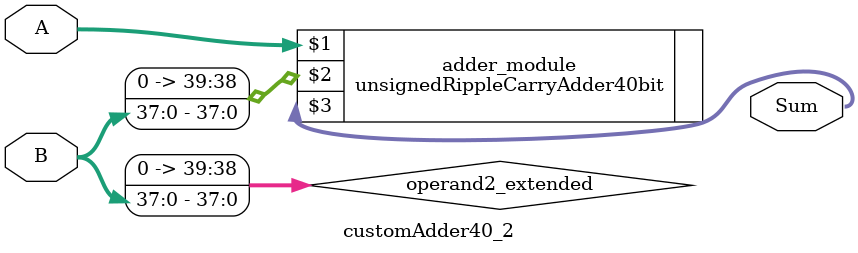
<source format=v>
module customAdder40_2(
                        input [39 : 0] A,
                        input [37 : 0] B,
                        
                        output [40 : 0] Sum
                );

        wire [39 : 0] operand2_extended;
        
        assign operand2_extended =  {2'b0, B};
        
        unsignedRippleCarryAdder40bit adder_module(
            A,
            operand2_extended,
            Sum
        );
        
        endmodule
        
</source>
